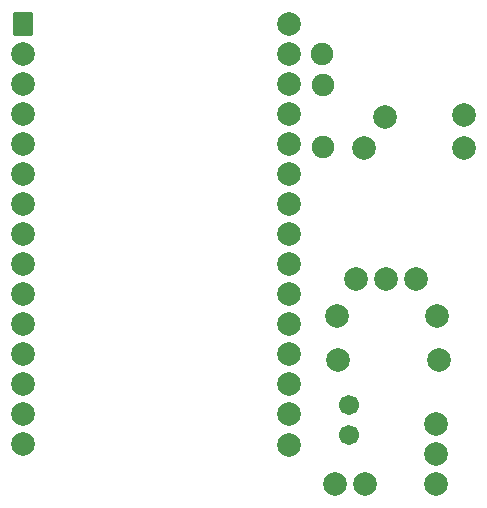
<source format=gts>
G04 Layer: TopSolderMaskLayer*
G04 EasyEDA v6.5.22, 2023-01-21 16:45:32*
G04 b2c9ab08d96f4fb6806e15b9d32b8aef,dfc3211adda64e72838fb7ae4655844f,10*
G04 Gerber Generator version 0.2*
G04 Scale: 100 percent, Rotated: No, Reflected: No *
G04 Dimensions in millimeters *
G04 leading zeros omitted , absolute positions ,4 integer and 5 decimal *
%FSLAX45Y45*%
%MOMM*%

%AMMACRO1*1,1,$1,$2,$3*1,1,$1,$4,$5*1,1,$1,0-$2,0-$3*1,1,$1,0-$4,0-$5*20,1,$1,$2,$3,$4,$5,0*20,1,$1,$4,$5,0-$2,0-$3,0*20,1,$1,0-$2,0-$3,0-$4,0-$5,0*20,1,$1,0-$4,0-$5,$2,$3,0*4,1,4,$2,$3,$4,$5,0-$2,0-$3,0-$4,0-$5,$2,$3,0*%
%ADD10C,1.7016*%
%ADD11C,2.0040*%
%ADD12C,2.0032*%
%ADD13MACRO1,0.2032X-0.762X0.9X0.762X0.9*%
%ADD14C,1.9016*%

%LPD*%
D10*
G01*
X4152900Y2474010D03*
G01*
X4152900Y2220010D03*
D11*
G01*
X4889500Y2057400D03*
D12*
G01*
X4889500Y2311400D03*
G01*
X4889500Y1803400D03*
G01*
X5130800Y4648200D03*
D11*
G01*
X4279900Y4648200D03*
D12*
G01*
X4064000Y2857500D03*
D11*
G01*
X4914900Y2857500D03*
D12*
G01*
X4902200Y3225800D03*
D11*
G01*
X4051300Y3225800D03*
D12*
G01*
X4292600Y1803400D03*
D11*
G01*
X4038600Y1803400D03*
D12*
G01*
X3649548Y5696940D03*
G01*
X3649548Y5442940D03*
G01*
X3649548Y5188940D03*
G01*
X3649548Y4934940D03*
G01*
X3649548Y4680940D03*
G01*
X3649548Y4426940D03*
G01*
X3649548Y4172940D03*
G01*
X3649548Y3918940D03*
G01*
X3649548Y3664940D03*
G01*
X3649548Y3410940D03*
G01*
X3649548Y3156940D03*
G01*
X3649548Y2902940D03*
G01*
X3649548Y2648940D03*
G01*
X3649548Y2394940D03*
G01*
X3649548Y2130780D03*
G01*
X1399539Y2140762D03*
G01*
X1399539Y2394762D03*
G01*
X1399539Y2648762D03*
G01*
X1399539Y2902762D03*
G01*
X1399539Y3156762D03*
G01*
X1399539Y3410762D03*
G01*
X1399539Y3664762D03*
G01*
X1399539Y3918762D03*
G01*
X1399539Y4172762D03*
G01*
X1399539Y4426762D03*
G01*
X1399539Y4680762D03*
G01*
X1399539Y4934762D03*
G01*
X1399539Y5188762D03*
G01*
X1399539Y5442762D03*
D13*
G01*
X1399539Y5696762D03*
D11*
G01*
X4470400Y3543604D03*
D12*
G01*
X4216400Y3543604D03*
G01*
X4724400Y3543604D03*
D14*
G01*
X3924300Y5448300D03*
G01*
X3937000Y5181600D03*
G01*
X3937000Y4660900D03*
D12*
G01*
X4457700Y4914900D03*
G01*
X5130800Y4927600D03*
M02*

</source>
